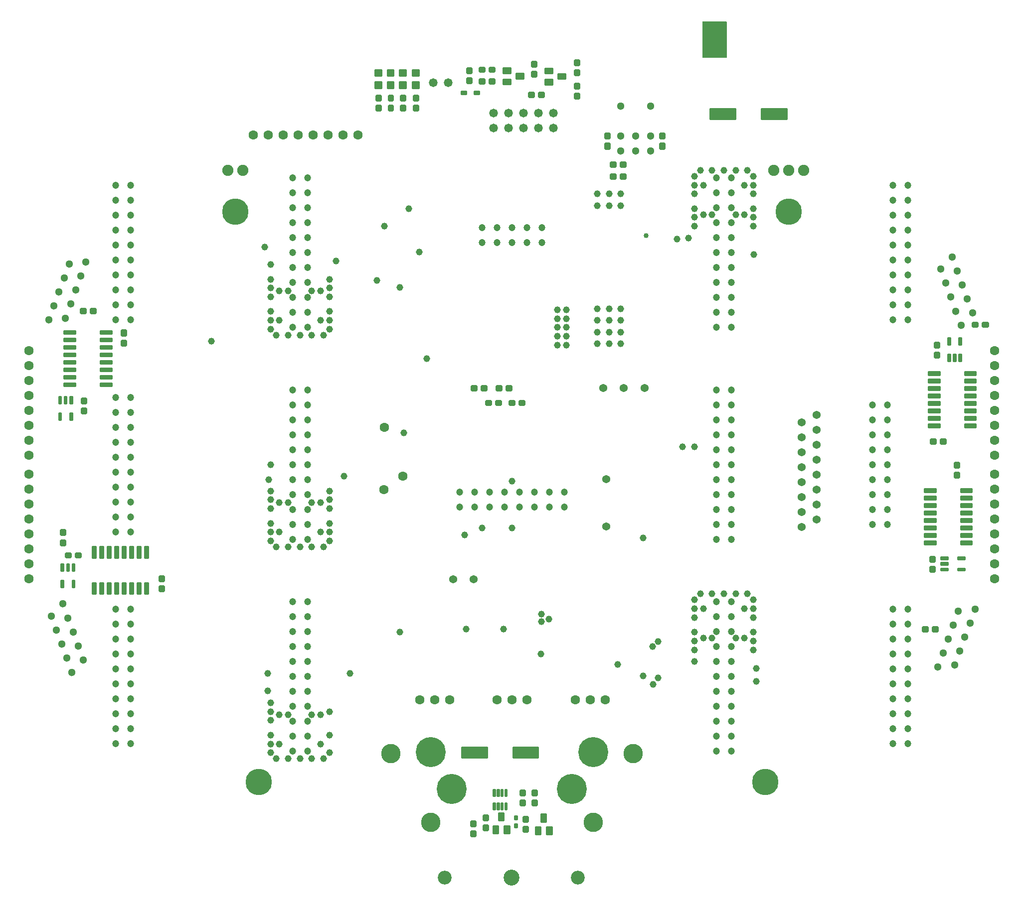
<source format=gbr>
G04 EAGLE Gerber RS-274X export*
G75*
%MOMM*%
%FSLAX34Y34*%
%LPD*%
%INSoldermask Top*%
%IPPOS*%
%AMOC8*
5,1,8,0,0,1.08239X$1,22.5*%
G01*
%ADD10C,1.200000*%
%ADD11C,1.471600*%
%ADD12C,0.605000*%
%ADD13C,0.299000*%
%ADD14C,0.297000*%
%ADD15C,1.600000*%
%ADD16C,5.100000*%
%ADD17C,3.300000*%
%ADD18C,2.350000*%
%ADD19C,2.700000*%
%ADD20C,0.301000*%
%ADD21C,1.300000*%
%ADD22C,0.296553*%
%ADD23C,1.900000*%
%ADD24C,4.500000*%
%ADD25C,1.370000*%
%ADD26C,0.300000*%
%ADD27C,0.298775*%
%ADD28C,1.375000*%
%ADD29C,1.150000*%
%ADD30C,0.850000*%

G36*
X364020Y691242D02*
X364020Y691242D01*
X364039Y691240D01*
X364141Y691262D01*
X364243Y691279D01*
X364260Y691288D01*
X364280Y691292D01*
X364369Y691345D01*
X364460Y691394D01*
X364474Y691408D01*
X364491Y691418D01*
X364558Y691497D01*
X364630Y691572D01*
X364638Y691590D01*
X364651Y691605D01*
X364690Y691701D01*
X364733Y691795D01*
X364735Y691815D01*
X364743Y691833D01*
X364761Y692000D01*
X364761Y752000D01*
X364758Y752020D01*
X364760Y752039D01*
X364738Y752141D01*
X364722Y752243D01*
X364712Y752260D01*
X364708Y752280D01*
X364655Y752369D01*
X364606Y752460D01*
X364592Y752474D01*
X364582Y752491D01*
X364503Y752558D01*
X364428Y752630D01*
X364410Y752638D01*
X364395Y752651D01*
X364299Y752690D01*
X364205Y752733D01*
X364185Y752735D01*
X364167Y752743D01*
X364000Y752761D01*
X324000Y752761D01*
X323980Y752758D01*
X323961Y752760D01*
X323859Y752738D01*
X323757Y752722D01*
X323740Y752712D01*
X323720Y752708D01*
X323631Y752655D01*
X323540Y752606D01*
X323526Y752592D01*
X323509Y752582D01*
X323442Y752503D01*
X323371Y752428D01*
X323362Y752410D01*
X323349Y752395D01*
X323310Y752299D01*
X323267Y752205D01*
X323265Y752185D01*
X323257Y752167D01*
X323239Y752000D01*
X323239Y692000D01*
X323242Y691980D01*
X323240Y691961D01*
X323262Y691859D01*
X323279Y691757D01*
X323288Y691740D01*
X323292Y691720D01*
X323345Y691631D01*
X323394Y691540D01*
X323408Y691526D01*
X323418Y691509D01*
X323497Y691442D01*
X323572Y691371D01*
X323590Y691362D01*
X323605Y691349D01*
X323701Y691310D01*
X323795Y691267D01*
X323815Y691265D01*
X323833Y691257D01*
X324000Y691239D01*
X364000Y691239D01*
X364020Y691242D01*
G37*
D10*
X50800Y402700D03*
X25400Y402700D03*
X25400Y377300D03*
X50800Y377300D03*
X0Y402700D03*
X0Y377300D03*
X-25400Y402700D03*
X-25400Y377300D03*
X-50800Y377300D03*
X-50800Y402700D03*
X-88900Y-72700D03*
X-63500Y-72700D03*
X-63500Y-47300D03*
X-88900Y-47300D03*
X-38100Y-72700D03*
X-38100Y-47300D03*
X-12700Y-72700D03*
X-12700Y-47300D03*
X12700Y-47300D03*
X12700Y-72700D03*
X38100Y-72700D03*
X38100Y-47300D03*
X63500Y-47300D03*
X63500Y-72700D03*
X88900Y-72700D03*
X88900Y-47300D03*
D11*
X70800Y572300D03*
X70800Y597700D03*
X45400Y572300D03*
X45400Y597700D03*
X20000Y572300D03*
X20000Y597700D03*
X-5400Y572300D03*
X-5400Y597700D03*
X-30800Y572300D03*
X-30800Y597700D03*
D12*
X-229475Y620525D02*
X-229475Y626475D01*
X-224525Y626475D01*
X-224525Y620525D01*
X-229475Y620525D01*
X-229475Y626272D02*
X-224525Y626272D01*
X-229475Y609475D02*
X-229475Y603525D01*
X-229475Y609475D02*
X-224525Y609475D01*
X-224525Y603525D01*
X-229475Y603525D01*
X-229475Y609272D02*
X-224525Y609272D01*
D13*
X-221995Y639495D02*
X-232005Y639495D01*
X-232005Y649505D01*
X-221995Y649505D01*
X-221995Y639495D01*
X-221995Y642335D02*
X-232005Y642335D01*
X-232005Y645175D02*
X-221995Y645175D01*
X-221995Y648015D02*
X-232005Y648015D01*
X-232005Y660495D02*
X-221995Y660495D01*
X-232005Y660495D02*
X-232005Y670505D01*
X-221995Y670505D01*
X-221995Y660495D01*
X-221995Y663335D02*
X-232005Y663335D01*
X-232005Y666175D02*
X-221995Y666175D01*
X-221995Y669015D02*
X-232005Y669015D01*
D12*
X-165475Y626475D02*
X-165475Y620525D01*
X-165475Y626475D02*
X-160525Y626475D01*
X-160525Y620525D01*
X-165475Y620525D01*
X-165475Y626272D02*
X-160525Y626272D01*
X-165475Y609475D02*
X-165475Y603525D01*
X-165475Y609475D02*
X-160525Y609475D01*
X-160525Y603525D01*
X-165475Y603525D01*
X-165475Y609272D02*
X-160525Y609272D01*
D13*
X-157995Y639495D02*
X-168005Y639495D01*
X-168005Y649505D01*
X-157995Y649505D01*
X-157995Y639495D01*
X-157995Y642335D02*
X-168005Y642335D01*
X-168005Y645175D02*
X-157995Y645175D01*
X-157995Y648015D02*
X-168005Y648015D01*
X-168005Y660495D02*
X-157995Y660495D01*
X-168005Y660495D02*
X-168005Y670505D01*
X-157995Y670505D01*
X-157995Y660495D01*
X-157995Y663335D02*
X-168005Y663335D01*
X-168005Y666175D02*
X-157995Y666175D01*
X-157995Y669015D02*
X-168005Y669015D01*
X-179995Y639495D02*
X-190005Y639495D01*
X-190005Y649505D01*
X-179995Y649505D01*
X-179995Y639495D01*
X-179995Y642335D02*
X-190005Y642335D01*
X-190005Y645175D02*
X-179995Y645175D01*
X-179995Y648015D02*
X-190005Y648015D01*
X-190005Y660495D02*
X-179995Y660495D01*
X-190005Y660495D02*
X-190005Y670505D01*
X-179995Y670505D01*
X-179995Y660495D01*
X-179995Y663335D02*
X-190005Y663335D01*
X-190005Y666175D02*
X-179995Y666175D01*
X-179995Y669015D02*
X-190005Y669015D01*
D12*
X-187475Y626475D02*
X-187475Y620525D01*
X-187475Y626475D02*
X-182525Y626475D01*
X-182525Y620525D01*
X-187475Y620525D01*
X-187475Y626272D02*
X-182525Y626272D01*
X-187475Y609475D02*
X-187475Y603525D01*
X-187475Y609475D02*
X-182525Y609475D01*
X-182525Y603525D01*
X-187475Y603525D01*
X-187475Y609272D02*
X-182525Y609272D01*
D14*
X-14515Y665485D02*
X-14515Y673515D01*
X-2485Y673515D01*
X-2485Y665485D01*
X-14515Y665485D01*
X-14515Y668306D02*
X-2485Y668306D01*
X-2485Y671127D02*
X-14515Y671127D01*
X7485Y664015D02*
X7485Y655985D01*
X7485Y664015D02*
X19515Y664015D01*
X19515Y655985D01*
X7485Y655985D01*
X7485Y658806D02*
X19515Y658806D01*
X19515Y661627D02*
X7485Y661627D01*
X-14515Y654515D02*
X-14515Y646485D01*
X-14515Y654515D02*
X-2485Y654515D01*
X-2485Y646485D01*
X-14515Y646485D01*
X-14515Y649306D02*
X-2485Y649306D01*
X-2485Y652127D02*
X-14515Y652127D01*
D12*
X-48025Y669025D02*
X-53975Y669025D01*
X-53975Y673975D01*
X-48025Y673975D01*
X-48025Y669025D01*
X-36975Y669025D02*
X-31025Y669025D01*
X-36975Y669025D02*
X-36975Y673975D01*
X-31025Y673975D01*
X-31025Y669025D01*
D14*
X56485Y673015D02*
X56485Y664985D01*
X56485Y673015D02*
X68515Y673015D01*
X68515Y664985D01*
X56485Y664985D01*
X56485Y667806D02*
X68515Y667806D01*
X68515Y670627D02*
X56485Y670627D01*
X56485Y654015D02*
X56485Y645985D01*
X56485Y654015D02*
X68515Y654015D01*
X68515Y645985D01*
X56485Y645985D01*
X56485Y648806D02*
X68515Y648806D01*
X68515Y651627D02*
X56485Y651627D01*
X78485Y655485D02*
X78485Y663515D01*
X90515Y663515D01*
X90515Y655485D01*
X78485Y655485D01*
X78485Y658306D02*
X90515Y658306D01*
X90515Y661127D02*
X78485Y661127D01*
D12*
X39975Y661025D02*
X39975Y666975D01*
X39975Y661025D02*
X35025Y661025D01*
X35025Y666975D01*
X39975Y666975D01*
X39975Y666772D02*
X35025Y666772D01*
X39975Y678025D02*
X39975Y683975D01*
X39975Y678025D02*
X35025Y678025D01*
X35025Y683975D01*
X39975Y683975D01*
X39975Y683772D02*
X35025Y683772D01*
X107525Y646475D02*
X107525Y640525D01*
X107525Y646475D02*
X112475Y646475D01*
X112475Y640525D01*
X107525Y640525D01*
X107525Y646272D02*
X112475Y646272D01*
X107525Y629475D02*
X107525Y623525D01*
X107525Y629475D02*
X112475Y629475D01*
X112475Y623525D01*
X107525Y623525D01*
X107525Y629272D02*
X112475Y629272D01*
X52975Y630975D02*
X47025Y630975D01*
X52975Y630975D02*
X52975Y626025D01*
X47025Y626025D01*
X47025Y630975D01*
X35975Y630975D02*
X30025Y630975D01*
X35975Y630975D02*
X35975Y626025D01*
X30025Y626025D01*
X30025Y630975D01*
X112475Y663525D02*
X112475Y669475D01*
X112475Y663525D02*
X107525Y663525D01*
X107525Y669475D01*
X112475Y669475D01*
X112475Y669272D02*
X107525Y669272D01*
X112475Y680525D02*
X112475Y686475D01*
X112475Y680525D02*
X107525Y680525D01*
X107525Y686475D01*
X112475Y686475D01*
X112475Y686272D02*
X107525Y686272D01*
X-48025Y649025D02*
X-53975Y649025D01*
X-53975Y653975D01*
X-48025Y653975D01*
X-48025Y649025D01*
X-36975Y649025D02*
X-31025Y649025D01*
X-36975Y649025D02*
X-36975Y653975D01*
X-31025Y653975D01*
X-31025Y649025D01*
X-70025Y650025D02*
X-70025Y655975D01*
X-70025Y650025D02*
X-74975Y650025D01*
X-74975Y655975D01*
X-70025Y655975D01*
X-70025Y655772D02*
X-74975Y655772D01*
X-70025Y667025D02*
X-70025Y672975D01*
X-70025Y667025D02*
X-74975Y667025D01*
X-74975Y672975D01*
X-70025Y672975D01*
X-70025Y672772D02*
X-74975Y672772D01*
X-208475Y626475D02*
X-208475Y620525D01*
X-208475Y626475D02*
X-203525Y626475D01*
X-203525Y620525D01*
X-208475Y620525D01*
X-208475Y626272D02*
X-203525Y626272D01*
X-208475Y609475D02*
X-208475Y603525D01*
X-208475Y609475D02*
X-203525Y609475D01*
X-203525Y603525D01*
X-208475Y603525D01*
X-208475Y609272D02*
X-203525Y609272D01*
D13*
X-200995Y639495D02*
X-211005Y639495D01*
X-211005Y649505D01*
X-200995Y649505D01*
X-200995Y639495D01*
X-200995Y642335D02*
X-211005Y642335D01*
X-211005Y645175D02*
X-200995Y645175D01*
X-200995Y648015D02*
X-211005Y648015D01*
X-211005Y660495D02*
X-200995Y660495D01*
X-211005Y660495D02*
X-211005Y670505D01*
X-200995Y670505D01*
X-200995Y660495D01*
X-200995Y663335D02*
X-211005Y663335D01*
X-211005Y666175D02*
X-200995Y666175D01*
X-200995Y669015D02*
X-211005Y669015D01*
D12*
X-50475Y132475D02*
X-44525Y132475D01*
X-44525Y127525D01*
X-50475Y127525D01*
X-50475Y132475D01*
X-61525Y132475D02*
X-67475Y132475D01*
X-61525Y132475D02*
X-61525Y127525D01*
X-67475Y127525D01*
X-67475Y132475D01*
X-26475Y107475D02*
X-20525Y107475D01*
X-20525Y102525D01*
X-26475Y102525D01*
X-26475Y107475D01*
X-37525Y107475D02*
X-43475Y107475D01*
X-37525Y107475D02*
X-37525Y102525D01*
X-43475Y102525D01*
X-43475Y107475D01*
D15*
X-156900Y-400000D03*
X-131500Y-400000D03*
X-106100Y-400000D03*
D10*
X372700Y233000D03*
X372700Y258400D03*
X347300Y258400D03*
X347300Y233000D03*
X372700Y283800D03*
X347300Y283800D03*
X372700Y309200D03*
X347300Y309200D03*
X372700Y334600D03*
X347300Y334600D03*
X372700Y360000D03*
X347300Y360000D03*
X372700Y385400D03*
X347300Y385400D03*
X372700Y410800D03*
X347300Y410800D03*
X372700Y436200D03*
X347300Y436200D03*
X372700Y461600D03*
X347300Y461600D03*
X372700Y487000D03*
X347300Y487000D03*
D12*
X-19525Y127525D02*
X-25475Y127525D01*
X-25475Y132475D01*
X-19525Y132475D01*
X-19525Y127525D01*
X-8475Y127525D02*
X-2525Y127525D01*
X-8475Y127525D02*
X-8475Y132475D01*
X-2525Y132475D01*
X-2525Y127525D01*
X-3475Y102525D02*
X2475Y102525D01*
X-3475Y102525D02*
X-3475Y107475D01*
X2475Y107475D01*
X2475Y102525D01*
X13525Y102525D02*
X19475Y102525D01*
X13525Y102525D02*
X13525Y107475D01*
X19475Y107475D01*
X19475Y102525D01*
D16*
X-138038Y-488823D03*
X-102038Y-551177D03*
D17*
X-205750Y-491543D03*
X-138250Y-608457D03*
D16*
X102038Y-551177D03*
X138038Y-488823D03*
D17*
X138250Y-608457D03*
X205750Y-491543D03*
D18*
X112000Y-702000D03*
X-114000Y-702000D03*
D19*
X-1000Y-702000D03*
D11*
X-133700Y649000D03*
X-108300Y649000D03*
D15*
X107600Y-400000D03*
X133000Y-400000D03*
X158400Y-400000D03*
X-25400Y-400000D03*
X0Y-400000D03*
X25400Y-400000D03*
D10*
X372700Y-127000D03*
X372700Y-101600D03*
X347300Y-101600D03*
X347300Y-127000D03*
X372700Y-76200D03*
X347300Y-76200D03*
X372700Y-50800D03*
X347300Y-50800D03*
X372700Y-25400D03*
X347300Y-25400D03*
X372700Y0D03*
X347300Y0D03*
X372700Y25400D03*
X347300Y25400D03*
X372700Y50800D03*
X347300Y50800D03*
X372700Y76200D03*
X347300Y76200D03*
X372700Y101600D03*
X347300Y101600D03*
X372700Y127000D03*
X347300Y127000D03*
X372700Y-487000D03*
X372700Y-461600D03*
X347300Y-461600D03*
X347300Y-487000D03*
X372700Y-436200D03*
X347300Y-436200D03*
X372700Y-410800D03*
X347300Y-410800D03*
X372700Y-385400D03*
X347300Y-385400D03*
X372700Y-360000D03*
X347300Y-360000D03*
X372700Y-334600D03*
X347300Y-334600D03*
X372700Y-309200D03*
X347300Y-309200D03*
X372700Y-283800D03*
X347300Y-283800D03*
X372700Y-258400D03*
X347300Y-258400D03*
X372700Y-233000D03*
X347300Y-233000D03*
X-372700Y-233000D03*
X-372700Y-258400D03*
X-347300Y-258400D03*
X-347300Y-233000D03*
X-372700Y-283800D03*
X-347300Y-283800D03*
X-372700Y-309200D03*
X-347300Y-309200D03*
X-372700Y-334600D03*
X-347300Y-334600D03*
X-372700Y-360000D03*
X-347300Y-360000D03*
X-372700Y-385400D03*
X-347300Y-385400D03*
X-372700Y-410800D03*
X-347300Y-410800D03*
X-372700Y-436200D03*
X-347300Y-436200D03*
X-372700Y-461600D03*
X-347300Y-461600D03*
X-372700Y-487000D03*
X-347300Y-487000D03*
X-372700Y127000D03*
X-372700Y101600D03*
X-347300Y101600D03*
X-347300Y127000D03*
X-372700Y76200D03*
X-347300Y76200D03*
X-372700Y50800D03*
X-347300Y50800D03*
X-372700Y25400D03*
X-347300Y25400D03*
X-372700Y0D03*
X-347300Y0D03*
X-372700Y-25400D03*
X-347300Y-25400D03*
X-372700Y-50800D03*
X-347300Y-50800D03*
X-372700Y-76200D03*
X-347300Y-76200D03*
X-372700Y-101600D03*
X-347300Y-101600D03*
X-372700Y-127000D03*
X-347300Y-127000D03*
X-372700Y487000D03*
X-372700Y461600D03*
X-347300Y461600D03*
X-347300Y487000D03*
X-372700Y436200D03*
X-347300Y436200D03*
X-372700Y410800D03*
X-347300Y410800D03*
X-372700Y385400D03*
X-347300Y385400D03*
X-372700Y360000D03*
X-347300Y360000D03*
X-372700Y334600D03*
X-347300Y334600D03*
X-372700Y309200D03*
X-347300Y309200D03*
X-372700Y283800D03*
X-347300Y283800D03*
X-372700Y258400D03*
X-347300Y258400D03*
X-372700Y233000D03*
X-347300Y233000D03*
D20*
X-63495Y633495D02*
X-55505Y633495D01*
X-55505Y629505D01*
X-63495Y629505D01*
X-63495Y633495D01*
X-63495Y632364D02*
X-55505Y632364D01*
X-77505Y633495D02*
X-85495Y633495D01*
X-77505Y633495D02*
X-77505Y629505D01*
X-85495Y629505D01*
X-85495Y633495D01*
X-85495Y632364D02*
X-77505Y632364D01*
D15*
X820000Y193900D03*
X820000Y168500D03*
X820000Y143100D03*
X820000Y117700D03*
X820000Y92300D03*
X820000Y66900D03*
X820000Y41500D03*
X820000Y16100D03*
X820000Y-16100D03*
X820000Y-41500D03*
X820000Y-66900D03*
X820000Y-92300D03*
X820000Y-117700D03*
X820000Y-143100D03*
X820000Y-168500D03*
X820000Y-193900D03*
X-820000Y-193900D03*
X-820000Y-168500D03*
X-820000Y-143100D03*
X-820000Y-117700D03*
X-820000Y-92300D03*
X-820000Y-66900D03*
X-820000Y-41500D03*
X-820000Y-16100D03*
X-820000Y16100D03*
X-820000Y41500D03*
X-820000Y66900D03*
X-820000Y92300D03*
X-820000Y117700D03*
X-820000Y143100D03*
X-820000Y168500D03*
X-820000Y193900D03*
D10*
X647300Y474300D03*
X647300Y448900D03*
X672700Y448900D03*
X672700Y474300D03*
X647300Y423500D03*
X672700Y423500D03*
X647300Y398100D03*
X672700Y398100D03*
X672700Y372700D03*
X647300Y372700D03*
X647300Y347300D03*
X672700Y347300D03*
X672700Y321900D03*
X647300Y321900D03*
X647300Y296500D03*
X672700Y296500D03*
X647300Y271100D03*
X672700Y271100D03*
X647300Y245700D03*
X672700Y245700D03*
D21*
X747388Y353047D03*
X727863Y332426D03*
X756075Y329179D03*
X736550Y308557D03*
X764762Y305311D03*
X745238Y284689D03*
X773450Y281443D03*
X753925Y260821D03*
X782137Y257574D03*
X762612Y236953D03*
X786481Y-245640D03*
X758269Y-248887D03*
X777793Y-269508D03*
X749581Y-272755D03*
X769106Y-293377D03*
X740894Y-296623D03*
X760419Y-317245D03*
X732207Y-320492D03*
X751731Y-341113D03*
X723519Y-344360D03*
X-747388Y-353047D03*
X-727863Y-332426D03*
X-756075Y-329179D03*
X-736550Y-308557D03*
X-764762Y-305311D03*
X-745238Y-284689D03*
X-773450Y-281443D03*
X-753925Y-260821D03*
X-782137Y-257574D03*
X-762612Y-236953D03*
X-786481Y245640D03*
X-758269Y248887D03*
X-777793Y269508D03*
X-749581Y272755D03*
X-769106Y293377D03*
X-740894Y296623D03*
X-760419Y317245D03*
X-732207Y320492D03*
X-751731Y341113D03*
X-723519Y344360D03*
D15*
X-261100Y560000D03*
X-286500Y560000D03*
X-311900Y560000D03*
X-337300Y560000D03*
X-362700Y560000D03*
X-388100Y560000D03*
X-413500Y560000D03*
X-438900Y560000D03*
D12*
X712225Y36725D02*
X718175Y36725D01*
X712225Y36725D02*
X712225Y41675D01*
X718175Y41675D01*
X718175Y36725D01*
X729225Y36725D02*
X735175Y36725D01*
X729225Y36725D02*
X729225Y41675D01*
X735175Y41675D01*
X735175Y36725D01*
X783625Y235525D02*
X789575Y235525D01*
X783625Y235525D02*
X783625Y240475D01*
X789575Y240475D01*
X789575Y235525D01*
X800625Y235525D02*
X806575Y235525D01*
X800625Y235525D02*
X800625Y240475D01*
X806575Y240475D01*
X806575Y235525D01*
D22*
X787911Y67869D02*
X787911Y63231D01*
X769557Y63231D01*
X769557Y67869D01*
X787911Y67869D01*
X787911Y66049D02*
X769557Y66049D01*
X787911Y75931D02*
X787911Y80569D01*
X787911Y75931D02*
X769557Y75931D01*
X769557Y80569D01*
X787911Y80569D01*
X787911Y78749D02*
X769557Y78749D01*
X787911Y88631D02*
X787911Y93269D01*
X787911Y88631D02*
X769557Y88631D01*
X769557Y93269D01*
X787911Y93269D01*
X787911Y91449D02*
X769557Y91449D01*
X787911Y101331D02*
X787911Y105969D01*
X787911Y101331D02*
X769557Y101331D01*
X769557Y105969D01*
X787911Y105969D01*
X787911Y104149D02*
X769557Y104149D01*
X787911Y114031D02*
X787911Y118669D01*
X787911Y114031D02*
X769557Y114031D01*
X769557Y118669D01*
X787911Y118669D01*
X787911Y116849D02*
X769557Y116849D01*
X787911Y126731D02*
X787911Y131369D01*
X787911Y126731D02*
X769557Y126731D01*
X769557Y131369D01*
X787911Y131369D01*
X787911Y129549D02*
X769557Y129549D01*
X787911Y139431D02*
X787911Y144069D01*
X787911Y139431D02*
X769557Y139431D01*
X769557Y144069D01*
X787911Y144069D01*
X787911Y142249D02*
X769557Y142249D01*
X787911Y152131D02*
X787911Y156769D01*
X787911Y152131D02*
X769557Y152131D01*
X769557Y156769D01*
X787911Y156769D01*
X787911Y154949D02*
X769557Y154949D01*
X726443Y156769D02*
X726443Y152131D01*
X708089Y152131D01*
X708089Y156769D01*
X726443Y156769D01*
X726443Y154949D02*
X708089Y154949D01*
X726443Y144069D02*
X726443Y139431D01*
X708089Y139431D01*
X708089Y144069D01*
X726443Y144069D01*
X726443Y142249D02*
X708089Y142249D01*
X726443Y131369D02*
X726443Y126731D01*
X708089Y126731D01*
X708089Y131369D01*
X726443Y131369D01*
X726443Y129549D02*
X708089Y129549D01*
X726443Y118669D02*
X726443Y114031D01*
X708089Y114031D01*
X708089Y118669D01*
X726443Y118669D01*
X726443Y116849D02*
X708089Y116849D01*
X726443Y105969D02*
X726443Y101331D01*
X708089Y101331D01*
X708089Y105969D01*
X726443Y105969D01*
X726443Y104149D02*
X708089Y104149D01*
X726443Y93269D02*
X726443Y88631D01*
X708089Y88631D01*
X708089Y93269D01*
X726443Y93269D01*
X726443Y91449D02*
X708089Y91449D01*
X726443Y80569D02*
X726443Y75931D01*
X708089Y75931D01*
X708089Y80569D01*
X726443Y80569D01*
X726443Y78749D02*
X708089Y78749D01*
X726443Y67869D02*
X726443Y63231D01*
X708089Y63231D01*
X708089Y67869D01*
X726443Y67869D01*
X726443Y66049D02*
X708089Y66049D01*
D12*
X723975Y183125D02*
X723975Y189075D01*
X723975Y183125D02*
X719025Y183125D01*
X719025Y189075D01*
X723975Y189075D01*
X723975Y188872D02*
X719025Y188872D01*
X723975Y200125D02*
X723975Y206075D01*
X723975Y200125D02*
X719025Y200125D01*
X719025Y206075D01*
X723975Y206075D01*
X723975Y205872D02*
X719025Y205872D01*
X757475Y-14525D02*
X757475Y-20475D01*
X752525Y-20475D01*
X752525Y-14525D01*
X757475Y-14525D01*
X757475Y-14728D02*
X752525Y-14728D01*
X757475Y-3475D02*
X757475Y2475D01*
X757475Y-3475D02*
X752525Y-3475D01*
X752525Y2475D01*
X757475Y2475D01*
X757475Y2272D02*
X752525Y2272D01*
X721475Y-277525D02*
X715525Y-277525D01*
X721475Y-277525D02*
X721475Y-282475D01*
X715525Y-282475D01*
X715525Y-277525D01*
X704475Y-277525D02*
X698525Y-277525D01*
X704475Y-277525D02*
X704475Y-282475D01*
X698525Y-282475D01*
X698525Y-277525D01*
D22*
X701089Y-46869D02*
X701089Y-42231D01*
X719443Y-42231D01*
X719443Y-46869D01*
X701089Y-46869D01*
X701089Y-44051D02*
X719443Y-44051D01*
X701089Y-54931D02*
X701089Y-59569D01*
X701089Y-54931D02*
X719443Y-54931D01*
X719443Y-59569D01*
X701089Y-59569D01*
X701089Y-56751D02*
X719443Y-56751D01*
X701089Y-67631D02*
X701089Y-72269D01*
X701089Y-67631D02*
X719443Y-67631D01*
X719443Y-72269D01*
X701089Y-72269D01*
X701089Y-69451D02*
X719443Y-69451D01*
X701089Y-80331D02*
X701089Y-84969D01*
X701089Y-80331D02*
X719443Y-80331D01*
X719443Y-84969D01*
X701089Y-84969D01*
X701089Y-82151D02*
X719443Y-82151D01*
X701089Y-93031D02*
X701089Y-97669D01*
X701089Y-93031D02*
X719443Y-93031D01*
X719443Y-97669D01*
X701089Y-97669D01*
X701089Y-94851D02*
X719443Y-94851D01*
X701089Y-105731D02*
X701089Y-110369D01*
X701089Y-105731D02*
X719443Y-105731D01*
X719443Y-110369D01*
X701089Y-110369D01*
X701089Y-107551D02*
X719443Y-107551D01*
X701089Y-118431D02*
X701089Y-123069D01*
X701089Y-118431D02*
X719443Y-118431D01*
X719443Y-123069D01*
X701089Y-123069D01*
X701089Y-120251D02*
X719443Y-120251D01*
X701089Y-131131D02*
X701089Y-135769D01*
X701089Y-131131D02*
X719443Y-131131D01*
X719443Y-135769D01*
X701089Y-135769D01*
X701089Y-132951D02*
X719443Y-132951D01*
X762557Y-131131D02*
X762557Y-135769D01*
X762557Y-131131D02*
X780911Y-131131D01*
X780911Y-135769D01*
X762557Y-135769D01*
X762557Y-132951D02*
X780911Y-132951D01*
X762557Y-123069D02*
X762557Y-118431D01*
X780911Y-118431D01*
X780911Y-123069D01*
X762557Y-123069D01*
X762557Y-120251D02*
X780911Y-120251D01*
X762557Y-110369D02*
X762557Y-105731D01*
X780911Y-105731D01*
X780911Y-110369D01*
X762557Y-110369D01*
X762557Y-107551D02*
X780911Y-107551D01*
X762557Y-97669D02*
X762557Y-93031D01*
X780911Y-93031D01*
X780911Y-97669D01*
X762557Y-97669D01*
X762557Y-94851D02*
X780911Y-94851D01*
X762557Y-84969D02*
X762557Y-80331D01*
X780911Y-80331D01*
X780911Y-84969D01*
X762557Y-84969D01*
X762557Y-82151D02*
X780911Y-82151D01*
X762557Y-72269D02*
X762557Y-67631D01*
X780911Y-67631D01*
X780911Y-72269D01*
X762557Y-72269D01*
X762557Y-69451D02*
X780911Y-69451D01*
X762557Y-59569D02*
X762557Y-54931D01*
X780911Y-54931D01*
X780911Y-59569D01*
X762557Y-59569D01*
X762557Y-56751D02*
X780911Y-56751D01*
X762557Y-46869D02*
X762557Y-42231D01*
X780911Y-42231D01*
X780911Y-46869D01*
X762557Y-46869D01*
X762557Y-44051D02*
X780911Y-44051D01*
D12*
X711525Y-157525D02*
X711525Y-163475D01*
X711525Y-157525D02*
X716475Y-157525D01*
X716475Y-163475D01*
X711525Y-163475D01*
X711525Y-157728D02*
X716475Y-157728D01*
X711525Y-174525D02*
X711525Y-180475D01*
X711525Y-174525D02*
X716475Y-174525D01*
X716475Y-180475D01*
X711525Y-180475D01*
X711525Y-174728D02*
X716475Y-174728D01*
X-592525Y-208025D02*
X-592525Y-213975D01*
X-597475Y-213975D01*
X-597475Y-208025D01*
X-592525Y-208025D01*
X-592525Y-208228D02*
X-597475Y-208228D01*
X-592525Y-196975D02*
X-592525Y-191025D01*
X-592525Y-196975D02*
X-597475Y-196975D01*
X-597475Y-191025D01*
X-592525Y-191025D01*
X-592525Y-191228D02*
X-597475Y-191228D01*
X-760025Y-135475D02*
X-760025Y-129525D01*
X-760025Y-135475D02*
X-764975Y-135475D01*
X-764975Y-129525D01*
X-760025Y-129525D01*
X-760025Y-129728D02*
X-764975Y-129728D01*
X-760025Y-118475D02*
X-760025Y-112525D01*
X-760025Y-118475D02*
X-764975Y-118475D01*
X-764975Y-112525D01*
X-760025Y-112525D01*
X-760025Y-112728D02*
X-764975Y-112728D01*
D22*
X-622869Y-140089D02*
X-618231Y-140089D01*
X-618231Y-158443D01*
X-622869Y-158443D01*
X-622869Y-140089D01*
X-622869Y-155625D02*
X-618231Y-155625D01*
X-618231Y-152807D02*
X-622869Y-152807D01*
X-622869Y-149989D02*
X-618231Y-149989D01*
X-618231Y-147171D02*
X-622869Y-147171D01*
X-622869Y-144353D02*
X-618231Y-144353D01*
X-618231Y-141535D02*
X-622869Y-141535D01*
X-630931Y-140089D02*
X-635569Y-140089D01*
X-630931Y-140089D02*
X-630931Y-158443D01*
X-635569Y-158443D01*
X-635569Y-140089D01*
X-635569Y-155625D02*
X-630931Y-155625D01*
X-630931Y-152807D02*
X-635569Y-152807D01*
X-635569Y-149989D02*
X-630931Y-149989D01*
X-630931Y-147171D02*
X-635569Y-147171D01*
X-635569Y-144353D02*
X-630931Y-144353D01*
X-630931Y-141535D02*
X-635569Y-141535D01*
X-643631Y-140089D02*
X-648269Y-140089D01*
X-643631Y-140089D02*
X-643631Y-158443D01*
X-648269Y-158443D01*
X-648269Y-140089D01*
X-648269Y-155625D02*
X-643631Y-155625D01*
X-643631Y-152807D02*
X-648269Y-152807D01*
X-648269Y-149989D02*
X-643631Y-149989D01*
X-643631Y-147171D02*
X-648269Y-147171D01*
X-648269Y-144353D02*
X-643631Y-144353D01*
X-643631Y-141535D02*
X-648269Y-141535D01*
X-656331Y-140089D02*
X-660969Y-140089D01*
X-656331Y-140089D02*
X-656331Y-158443D01*
X-660969Y-158443D01*
X-660969Y-140089D01*
X-660969Y-155625D02*
X-656331Y-155625D01*
X-656331Y-152807D02*
X-660969Y-152807D01*
X-660969Y-149989D02*
X-656331Y-149989D01*
X-656331Y-147171D02*
X-660969Y-147171D01*
X-660969Y-144353D02*
X-656331Y-144353D01*
X-656331Y-141535D02*
X-660969Y-141535D01*
X-669031Y-140089D02*
X-673669Y-140089D01*
X-669031Y-140089D02*
X-669031Y-158443D01*
X-673669Y-158443D01*
X-673669Y-140089D01*
X-673669Y-155625D02*
X-669031Y-155625D01*
X-669031Y-152807D02*
X-673669Y-152807D01*
X-673669Y-149989D02*
X-669031Y-149989D01*
X-669031Y-147171D02*
X-673669Y-147171D01*
X-673669Y-144353D02*
X-669031Y-144353D01*
X-669031Y-141535D02*
X-673669Y-141535D01*
X-681731Y-140089D02*
X-686369Y-140089D01*
X-681731Y-140089D02*
X-681731Y-158443D01*
X-686369Y-158443D01*
X-686369Y-140089D01*
X-686369Y-155625D02*
X-681731Y-155625D01*
X-681731Y-152807D02*
X-686369Y-152807D01*
X-686369Y-149989D02*
X-681731Y-149989D01*
X-681731Y-147171D02*
X-686369Y-147171D01*
X-686369Y-144353D02*
X-681731Y-144353D01*
X-681731Y-141535D02*
X-686369Y-141535D01*
X-694431Y-140089D02*
X-699069Y-140089D01*
X-694431Y-140089D02*
X-694431Y-158443D01*
X-699069Y-158443D01*
X-699069Y-140089D01*
X-699069Y-155625D02*
X-694431Y-155625D01*
X-694431Y-152807D02*
X-699069Y-152807D01*
X-699069Y-149989D02*
X-694431Y-149989D01*
X-694431Y-147171D02*
X-699069Y-147171D01*
X-699069Y-144353D02*
X-694431Y-144353D01*
X-694431Y-141535D02*
X-699069Y-141535D01*
X-707131Y-140089D02*
X-711769Y-140089D01*
X-707131Y-140089D02*
X-707131Y-158443D01*
X-711769Y-158443D01*
X-711769Y-140089D01*
X-711769Y-155625D02*
X-707131Y-155625D01*
X-707131Y-152807D02*
X-711769Y-152807D01*
X-711769Y-149989D02*
X-707131Y-149989D01*
X-707131Y-147171D02*
X-711769Y-147171D01*
X-711769Y-144353D02*
X-707131Y-144353D01*
X-707131Y-141535D02*
X-711769Y-141535D01*
X-711769Y-201557D02*
X-707131Y-201557D01*
X-707131Y-219911D01*
X-711769Y-219911D01*
X-711769Y-201557D01*
X-711769Y-217093D02*
X-707131Y-217093D01*
X-707131Y-214275D02*
X-711769Y-214275D01*
X-711769Y-211457D02*
X-707131Y-211457D01*
X-707131Y-208639D02*
X-711769Y-208639D01*
X-711769Y-205821D02*
X-707131Y-205821D01*
X-707131Y-203003D02*
X-711769Y-203003D01*
X-699069Y-201557D02*
X-694431Y-201557D01*
X-694431Y-219911D01*
X-699069Y-219911D01*
X-699069Y-201557D01*
X-699069Y-217093D02*
X-694431Y-217093D01*
X-694431Y-214275D02*
X-699069Y-214275D01*
X-699069Y-211457D02*
X-694431Y-211457D01*
X-694431Y-208639D02*
X-699069Y-208639D01*
X-699069Y-205821D02*
X-694431Y-205821D01*
X-694431Y-203003D02*
X-699069Y-203003D01*
X-686369Y-201557D02*
X-681731Y-201557D01*
X-681731Y-219911D01*
X-686369Y-219911D01*
X-686369Y-201557D01*
X-686369Y-217093D02*
X-681731Y-217093D01*
X-681731Y-214275D02*
X-686369Y-214275D01*
X-686369Y-211457D02*
X-681731Y-211457D01*
X-681731Y-208639D02*
X-686369Y-208639D01*
X-686369Y-205821D02*
X-681731Y-205821D01*
X-681731Y-203003D02*
X-686369Y-203003D01*
X-673669Y-201557D02*
X-669031Y-201557D01*
X-669031Y-219911D01*
X-673669Y-219911D01*
X-673669Y-201557D01*
X-673669Y-217093D02*
X-669031Y-217093D01*
X-669031Y-214275D02*
X-673669Y-214275D01*
X-673669Y-211457D02*
X-669031Y-211457D01*
X-669031Y-208639D02*
X-673669Y-208639D01*
X-673669Y-205821D02*
X-669031Y-205821D01*
X-669031Y-203003D02*
X-673669Y-203003D01*
X-660969Y-201557D02*
X-656331Y-201557D01*
X-656331Y-219911D01*
X-660969Y-219911D01*
X-660969Y-201557D01*
X-660969Y-217093D02*
X-656331Y-217093D01*
X-656331Y-214275D02*
X-660969Y-214275D01*
X-660969Y-211457D02*
X-656331Y-211457D01*
X-656331Y-208639D02*
X-660969Y-208639D01*
X-660969Y-205821D02*
X-656331Y-205821D01*
X-656331Y-203003D02*
X-660969Y-203003D01*
X-648269Y-201557D02*
X-643631Y-201557D01*
X-643631Y-219911D01*
X-648269Y-219911D01*
X-648269Y-201557D01*
X-648269Y-217093D02*
X-643631Y-217093D01*
X-643631Y-214275D02*
X-648269Y-214275D01*
X-648269Y-211457D02*
X-643631Y-211457D01*
X-643631Y-208639D02*
X-648269Y-208639D01*
X-648269Y-205821D02*
X-643631Y-205821D01*
X-643631Y-203003D02*
X-648269Y-203003D01*
X-635569Y-201557D02*
X-630931Y-201557D01*
X-630931Y-219911D01*
X-635569Y-219911D01*
X-635569Y-201557D01*
X-635569Y-217093D02*
X-630931Y-217093D01*
X-630931Y-214275D02*
X-635569Y-214275D01*
X-635569Y-211457D02*
X-630931Y-211457D01*
X-630931Y-208639D02*
X-635569Y-208639D01*
X-635569Y-205821D02*
X-630931Y-205821D01*
X-630931Y-203003D02*
X-635569Y-203003D01*
X-622869Y-201557D02*
X-618231Y-201557D01*
X-618231Y-219911D01*
X-622869Y-219911D01*
X-622869Y-201557D01*
X-622869Y-217093D02*
X-618231Y-217093D01*
X-618231Y-214275D02*
X-622869Y-214275D01*
X-622869Y-211457D02*
X-618231Y-211457D01*
X-618231Y-208639D02*
X-622869Y-208639D01*
X-622869Y-205821D02*
X-618231Y-205821D01*
X-618231Y-203003D02*
X-622869Y-203003D01*
D12*
X-733525Y-151525D02*
X-739475Y-151525D01*
X-733525Y-151525D02*
X-733525Y-156475D01*
X-739475Y-156475D01*
X-739475Y-151525D01*
X-750525Y-151525D02*
X-756475Y-151525D01*
X-750525Y-151525D02*
X-750525Y-156475D01*
X-756475Y-156475D01*
X-756475Y-151525D01*
X-729475Y105525D02*
X-729475Y111475D01*
X-724525Y111475D01*
X-724525Y105525D01*
X-729475Y105525D01*
X-729475Y111272D02*
X-724525Y111272D01*
X-729475Y94475D02*
X-729475Y88525D01*
X-729475Y94475D02*
X-724525Y94475D01*
X-724525Y88525D01*
X-729475Y88525D01*
X-729475Y94272D02*
X-724525Y94272D01*
X-714475Y263475D02*
X-708525Y263475D01*
X-708525Y258525D01*
X-714475Y258525D01*
X-714475Y263475D01*
X-725525Y263475D02*
X-731475Y263475D01*
X-725525Y263475D02*
X-725525Y258525D01*
X-731475Y258525D01*
X-731475Y263475D01*
D22*
X-680089Y137869D02*
X-680089Y133231D01*
X-698443Y133231D01*
X-698443Y137869D01*
X-680089Y137869D01*
X-680089Y136049D02*
X-698443Y136049D01*
X-680089Y145931D02*
X-680089Y150569D01*
X-680089Y145931D02*
X-698443Y145931D01*
X-698443Y150569D01*
X-680089Y150569D01*
X-680089Y148749D02*
X-698443Y148749D01*
X-680089Y158631D02*
X-680089Y163269D01*
X-680089Y158631D02*
X-698443Y158631D01*
X-698443Y163269D01*
X-680089Y163269D01*
X-680089Y161449D02*
X-698443Y161449D01*
X-680089Y171331D02*
X-680089Y175969D01*
X-680089Y171331D02*
X-698443Y171331D01*
X-698443Y175969D01*
X-680089Y175969D01*
X-680089Y174149D02*
X-698443Y174149D01*
X-680089Y184031D02*
X-680089Y188669D01*
X-680089Y184031D02*
X-698443Y184031D01*
X-698443Y188669D01*
X-680089Y188669D01*
X-680089Y186849D02*
X-698443Y186849D01*
X-680089Y196731D02*
X-680089Y201369D01*
X-680089Y196731D02*
X-698443Y196731D01*
X-698443Y201369D01*
X-680089Y201369D01*
X-680089Y199549D02*
X-698443Y199549D01*
X-680089Y209431D02*
X-680089Y214069D01*
X-680089Y209431D02*
X-698443Y209431D01*
X-698443Y214069D01*
X-680089Y214069D01*
X-680089Y212249D02*
X-698443Y212249D01*
X-680089Y222131D02*
X-680089Y226769D01*
X-680089Y222131D02*
X-698443Y222131D01*
X-698443Y226769D01*
X-680089Y226769D01*
X-680089Y224949D02*
X-698443Y224949D01*
X-741557Y226769D02*
X-741557Y222131D01*
X-759911Y222131D01*
X-759911Y226769D01*
X-741557Y226769D01*
X-741557Y224949D02*
X-759911Y224949D01*
X-741557Y214069D02*
X-741557Y209431D01*
X-759911Y209431D01*
X-759911Y214069D01*
X-741557Y214069D01*
X-741557Y212249D02*
X-759911Y212249D01*
X-741557Y201369D02*
X-741557Y196731D01*
X-759911Y196731D01*
X-759911Y201369D01*
X-741557Y201369D01*
X-741557Y199549D02*
X-759911Y199549D01*
X-741557Y188669D02*
X-741557Y184031D01*
X-759911Y184031D01*
X-759911Y188669D01*
X-741557Y188669D01*
X-741557Y186849D02*
X-759911Y186849D01*
X-741557Y175969D02*
X-741557Y171331D01*
X-759911Y171331D01*
X-759911Y175969D01*
X-741557Y175969D01*
X-741557Y174149D02*
X-759911Y174149D01*
X-741557Y163269D02*
X-741557Y158631D01*
X-759911Y158631D01*
X-759911Y163269D01*
X-741557Y163269D01*
X-741557Y161449D02*
X-759911Y161449D01*
X-741557Y150569D02*
X-741557Y145931D01*
X-759911Y145931D01*
X-759911Y150569D01*
X-741557Y150569D01*
X-741557Y148749D02*
X-759911Y148749D01*
X-741557Y137869D02*
X-741557Y133231D01*
X-759911Y133231D01*
X-759911Y137869D01*
X-741557Y137869D01*
X-741557Y136049D02*
X-759911Y136049D01*
D12*
X-657025Y204025D02*
X-657025Y209975D01*
X-657025Y204025D02*
X-661975Y204025D01*
X-661975Y209975D01*
X-657025Y209975D01*
X-657025Y209772D02*
X-661975Y209772D01*
X-657025Y221025D02*
X-657025Y226975D01*
X-657025Y221025D02*
X-661975Y221025D01*
X-661975Y226975D01*
X-657025Y226975D01*
X-657025Y226772D02*
X-661975Y226772D01*
D23*
X444600Y500000D03*
X470000Y500000D03*
X495400Y500000D03*
X-482700Y500000D03*
X-457300Y500000D03*
D24*
X470000Y430000D03*
X-470000Y430000D03*
X430000Y-540000D03*
X-430000Y-540000D03*
D25*
X160000Y-105000D03*
X-65000Y-195000D03*
X-100000Y-195000D03*
X225000Y130000D03*
X190000Y130000D03*
X155000Y130000D03*
X160000Y-25000D03*
D10*
X647300Y-245700D03*
X647300Y-271100D03*
X672700Y-271100D03*
X672700Y-245700D03*
X647300Y-296500D03*
X672700Y-296500D03*
X647300Y-321900D03*
X672700Y-321900D03*
X672700Y-347300D03*
X647300Y-347300D03*
X647300Y-372700D03*
X672700Y-372700D03*
X672700Y-398100D03*
X647300Y-398100D03*
X647300Y-423500D03*
X672700Y-423500D03*
X647300Y-448900D03*
X672700Y-448900D03*
X647300Y-474300D03*
X672700Y-474300D03*
X-647300Y-474300D03*
X-647300Y-448900D03*
X-672700Y-448900D03*
X-672700Y-474300D03*
X-647300Y-423500D03*
X-672700Y-423500D03*
X-647300Y-398100D03*
X-672700Y-398100D03*
X-672700Y-372700D03*
X-647300Y-372700D03*
X-647300Y-347300D03*
X-672700Y-347300D03*
X-672700Y-321900D03*
X-647300Y-321900D03*
X-647300Y-296500D03*
X-672700Y-296500D03*
X-647300Y-271100D03*
X-672700Y-271100D03*
X-647300Y-245700D03*
X-672700Y-245700D03*
X-647300Y-114300D03*
X-647300Y-88900D03*
X-672700Y-88900D03*
X-672700Y-114300D03*
X-647300Y-63500D03*
X-672700Y-63500D03*
X-647300Y-38100D03*
X-672700Y-38100D03*
X-672700Y-12700D03*
X-647300Y-12700D03*
X-647300Y12700D03*
X-672700Y12700D03*
X-672700Y38100D03*
X-647300Y38100D03*
X-647300Y63500D03*
X-672700Y63500D03*
X-647300Y88900D03*
X-672700Y88900D03*
X-647300Y114300D03*
X-672700Y114300D03*
X-647300Y245700D03*
X-647300Y271100D03*
X-672700Y271100D03*
X-672700Y245700D03*
X-647300Y296500D03*
X-672700Y296500D03*
X-647300Y321900D03*
X-672700Y321900D03*
X-672700Y347300D03*
X-647300Y347300D03*
X-647300Y372700D03*
X-672700Y372700D03*
X-672700Y398100D03*
X-647300Y398100D03*
X-647300Y423500D03*
X-672700Y423500D03*
X-647300Y448900D03*
X-672700Y448900D03*
X-647300Y474300D03*
X-672700Y474300D03*
D26*
X729500Y-158000D02*
X729500Y-161000D01*
X729500Y-158000D02*
X740500Y-158000D01*
X740500Y-161000D01*
X729500Y-161000D01*
X729500Y-158150D02*
X740500Y-158150D01*
X729500Y-167500D02*
X729500Y-170500D01*
X729500Y-167500D02*
X740500Y-167500D01*
X740500Y-170500D01*
X729500Y-170500D01*
X729500Y-167650D02*
X740500Y-167650D01*
X729500Y-177000D02*
X729500Y-180000D01*
X729500Y-177000D02*
X740500Y-177000D01*
X740500Y-180000D01*
X729500Y-180000D01*
X729500Y-177150D02*
X740500Y-177150D01*
X757500Y-177000D02*
X757500Y-180000D01*
X757500Y-177000D02*
X768500Y-177000D01*
X768500Y-180000D01*
X757500Y-180000D01*
X757500Y-177150D02*
X768500Y-177150D01*
X757500Y-161000D02*
X757500Y-158000D01*
X768500Y-158000D01*
X768500Y-161000D01*
X757500Y-161000D01*
X757500Y-158150D02*
X768500Y-158150D01*
X-743000Y-170000D02*
X-746000Y-170000D01*
X-743000Y-170000D02*
X-743000Y-181000D01*
X-746000Y-181000D01*
X-746000Y-170000D01*
X-746000Y-178150D02*
X-743000Y-178150D01*
X-743000Y-175300D02*
X-746000Y-175300D01*
X-746000Y-172450D02*
X-743000Y-172450D01*
X-752500Y-170000D02*
X-755500Y-170000D01*
X-752500Y-170000D02*
X-752500Y-181000D01*
X-755500Y-181000D01*
X-755500Y-170000D01*
X-755500Y-178150D02*
X-752500Y-178150D01*
X-752500Y-175300D02*
X-755500Y-175300D01*
X-755500Y-172450D02*
X-752500Y-172450D01*
X-762000Y-170000D02*
X-765000Y-170000D01*
X-762000Y-170000D02*
X-762000Y-181000D01*
X-765000Y-181000D01*
X-765000Y-170000D01*
X-765000Y-178150D02*
X-762000Y-178150D01*
X-762000Y-175300D02*
X-765000Y-175300D01*
X-765000Y-172450D02*
X-762000Y-172450D01*
X-762000Y-198000D02*
X-765000Y-198000D01*
X-762000Y-198000D02*
X-762000Y-209000D01*
X-765000Y-209000D01*
X-765000Y-198000D01*
X-765000Y-206150D02*
X-762000Y-206150D01*
X-762000Y-203300D02*
X-765000Y-203300D01*
X-765000Y-200450D02*
X-762000Y-200450D01*
X-746000Y-198000D02*
X-743000Y-198000D01*
X-743000Y-209000D01*
X-746000Y-209000D01*
X-746000Y-198000D01*
X-746000Y-206150D02*
X-743000Y-206150D01*
X-743000Y-203300D02*
X-746000Y-203300D01*
X-746000Y-200450D02*
X-743000Y-200450D01*
X-747000Y114500D02*
X-750000Y114500D01*
X-747000Y114500D02*
X-747000Y103500D01*
X-750000Y103500D01*
X-750000Y114500D01*
X-750000Y106350D02*
X-747000Y106350D01*
X-747000Y109200D02*
X-750000Y109200D01*
X-750000Y112050D02*
X-747000Y112050D01*
X-756500Y114500D02*
X-759500Y114500D01*
X-756500Y114500D02*
X-756500Y103500D01*
X-759500Y103500D01*
X-759500Y114500D01*
X-759500Y106350D02*
X-756500Y106350D01*
X-756500Y109200D02*
X-759500Y109200D01*
X-759500Y112050D02*
X-756500Y112050D01*
X-766000Y114500D02*
X-769000Y114500D01*
X-766000Y114500D02*
X-766000Y103500D01*
X-769000Y103500D01*
X-769000Y114500D01*
X-769000Y106350D02*
X-766000Y106350D01*
X-766000Y109200D02*
X-769000Y109200D01*
X-769000Y112050D02*
X-766000Y112050D01*
X-766000Y86500D02*
X-769000Y86500D01*
X-766000Y86500D02*
X-766000Y75500D01*
X-769000Y75500D01*
X-769000Y86500D01*
X-769000Y78350D02*
X-766000Y78350D01*
X-766000Y81200D02*
X-769000Y81200D01*
X-769000Y84050D02*
X-766000Y84050D01*
X-750000Y86500D02*
X-747000Y86500D01*
X-747000Y75500D01*
X-750000Y75500D01*
X-750000Y86500D01*
X-750000Y78350D02*
X-747000Y78350D01*
X-747000Y81200D02*
X-750000Y81200D01*
X-750000Y84050D02*
X-747000Y84050D01*
X741000Y176000D02*
X744000Y176000D01*
X741000Y176000D02*
X741000Y187000D01*
X744000Y187000D01*
X744000Y176000D01*
X744000Y178850D02*
X741000Y178850D01*
X741000Y181700D02*
X744000Y181700D01*
X744000Y184550D02*
X741000Y184550D01*
X750500Y176000D02*
X753500Y176000D01*
X750500Y176000D02*
X750500Y187000D01*
X753500Y187000D01*
X753500Y176000D01*
X753500Y178850D02*
X750500Y178850D01*
X750500Y181700D02*
X753500Y181700D01*
X753500Y184550D02*
X750500Y184550D01*
X760000Y176000D02*
X763000Y176000D01*
X760000Y176000D02*
X760000Y187000D01*
X763000Y187000D01*
X763000Y176000D01*
X763000Y178850D02*
X760000Y178850D01*
X760000Y181700D02*
X763000Y181700D01*
X763000Y184550D02*
X760000Y184550D01*
X760000Y204000D02*
X763000Y204000D01*
X760000Y204000D02*
X760000Y215000D01*
X763000Y215000D01*
X763000Y204000D01*
X763000Y206850D02*
X760000Y206850D01*
X760000Y209700D02*
X763000Y209700D01*
X763000Y212550D02*
X760000Y212550D01*
X744000Y204000D02*
X741000Y204000D01*
X741000Y215000D01*
X744000Y215000D01*
X744000Y204000D01*
X744000Y206850D02*
X741000Y206850D01*
X741000Y209700D02*
X744000Y209700D01*
X744000Y212550D02*
X741000Y212550D01*
D27*
X-11288Y-553468D02*
X-11288Y-563672D01*
X-11288Y-553468D02*
X-9212Y-553468D01*
X-9212Y-563672D01*
X-11288Y-563672D01*
X-11288Y-560833D02*
X-9212Y-560833D01*
X-9212Y-557994D02*
X-11288Y-557994D01*
X-11288Y-555155D02*
X-9212Y-555155D01*
X-17788Y-553468D02*
X-17788Y-563672D01*
X-17788Y-553468D02*
X-15712Y-553468D01*
X-15712Y-563672D01*
X-17788Y-563672D01*
X-17788Y-560833D02*
X-15712Y-560833D01*
X-15712Y-557994D02*
X-17788Y-557994D01*
X-17788Y-555155D02*
X-15712Y-555155D01*
X-24288Y-553468D02*
X-24288Y-563672D01*
X-24288Y-553468D02*
X-22212Y-553468D01*
X-22212Y-563672D01*
X-24288Y-563672D01*
X-24288Y-560833D02*
X-22212Y-560833D01*
X-22212Y-557994D02*
X-24288Y-557994D01*
X-24288Y-555155D02*
X-22212Y-555155D01*
X-30788Y-553468D02*
X-30788Y-563672D01*
X-30788Y-553468D02*
X-28712Y-553468D01*
X-28712Y-563672D01*
X-30788Y-563672D01*
X-30788Y-560833D02*
X-28712Y-560833D01*
X-28712Y-557994D02*
X-30788Y-557994D01*
X-30788Y-555155D02*
X-28712Y-555155D01*
X-30788Y-576328D02*
X-30788Y-586532D01*
X-30788Y-576328D02*
X-28712Y-576328D01*
X-28712Y-586532D01*
X-30788Y-586532D01*
X-30788Y-583693D02*
X-28712Y-583693D01*
X-28712Y-580854D02*
X-30788Y-580854D01*
X-30788Y-578015D02*
X-28712Y-578015D01*
X-24288Y-576328D02*
X-24288Y-586532D01*
X-24288Y-576328D02*
X-22212Y-576328D01*
X-22212Y-586532D01*
X-24288Y-586532D01*
X-24288Y-583693D02*
X-22212Y-583693D01*
X-22212Y-580854D02*
X-24288Y-580854D01*
X-24288Y-578015D02*
X-22212Y-578015D01*
X-17788Y-576328D02*
X-17788Y-586532D01*
X-17788Y-576328D02*
X-15712Y-576328D01*
X-15712Y-586532D01*
X-17788Y-586532D01*
X-17788Y-583693D02*
X-15712Y-583693D01*
X-15712Y-580854D02*
X-17788Y-580854D01*
X-17788Y-578015D02*
X-15712Y-578015D01*
X-11288Y-576328D02*
X-11288Y-586532D01*
X-11288Y-576328D02*
X-9212Y-576328D01*
X-9212Y-586532D01*
X-11288Y-586532D01*
X-11288Y-583693D02*
X-9212Y-583693D01*
X-9212Y-580854D02*
X-11288Y-580854D01*
X-11288Y-578015D02*
X-9212Y-578015D01*
D12*
X20525Y-599525D02*
X20525Y-605475D01*
X20525Y-599525D02*
X25475Y-599525D01*
X25475Y-605475D01*
X20525Y-605475D01*
X20525Y-599728D02*
X25475Y-599728D01*
X20525Y-616525D02*
X20525Y-622475D01*
X20525Y-616525D02*
X25475Y-616525D01*
X25475Y-622475D01*
X20525Y-622475D01*
X20525Y-616728D02*
X25475Y-616728D01*
X-68475Y-613475D02*
X-68475Y-607525D01*
X-63525Y-607525D01*
X-63525Y-613475D01*
X-68475Y-613475D01*
X-68475Y-607728D02*
X-63525Y-607728D01*
X-68475Y-624525D02*
X-68475Y-630475D01*
X-68475Y-624525D02*
X-63525Y-624525D01*
X-63525Y-630475D01*
X-68475Y-630475D01*
X-68475Y-624728D02*
X-63525Y-624728D01*
X-42525Y-620475D02*
X-42525Y-614525D01*
X-42525Y-620475D02*
X-47475Y-620475D01*
X-47475Y-614525D01*
X-42525Y-614525D01*
X-42525Y-614728D02*
X-47475Y-614728D01*
X-42525Y-603475D02*
X-42525Y-597525D01*
X-42525Y-603475D02*
X-47475Y-603475D01*
X-47475Y-597525D01*
X-42525Y-597525D01*
X-42525Y-597728D02*
X-47475Y-597728D01*
D14*
X-31515Y-627015D02*
X-23485Y-627015D01*
X-31515Y-627015D02*
X-31515Y-614985D01*
X-23485Y-614985D01*
X-23485Y-627015D01*
X-23485Y-624194D02*
X-31515Y-624194D01*
X-31515Y-621373D02*
X-23485Y-621373D01*
X-23485Y-618552D02*
X-31515Y-618552D01*
X-31515Y-615731D02*
X-23485Y-615731D01*
X-12515Y-627015D02*
X-4485Y-627015D01*
X-12515Y-627015D02*
X-12515Y-614985D01*
X-4485Y-614985D01*
X-4485Y-627015D01*
X-4485Y-624194D02*
X-12515Y-624194D01*
X-12515Y-621373D02*
X-4485Y-621373D01*
X-4485Y-618552D02*
X-12515Y-618552D01*
X-12515Y-615731D02*
X-4485Y-615731D01*
X-13985Y-605015D02*
X-22015Y-605015D01*
X-22015Y-592985D01*
X-13985Y-592985D01*
X-13985Y-605015D01*
X-13985Y-602194D02*
X-22015Y-602194D01*
X-22015Y-599373D02*
X-13985Y-599373D01*
X-13985Y-596552D02*
X-22015Y-596552D01*
X-22015Y-593731D02*
X-13985Y-593731D01*
X40485Y-629015D02*
X48515Y-629015D01*
X40485Y-629015D02*
X40485Y-616985D01*
X48515Y-616985D01*
X48515Y-629015D01*
X48515Y-626194D02*
X40485Y-626194D01*
X40485Y-623373D02*
X48515Y-623373D01*
X48515Y-620552D02*
X40485Y-620552D01*
X40485Y-617731D02*
X48515Y-617731D01*
X59485Y-629015D02*
X67515Y-629015D01*
X59485Y-629015D02*
X59485Y-616985D01*
X67515Y-616985D01*
X67515Y-629015D01*
X67515Y-626194D02*
X59485Y-626194D01*
X59485Y-623373D02*
X67515Y-623373D01*
X67515Y-620552D02*
X59485Y-620552D01*
X59485Y-617731D02*
X67515Y-617731D01*
X58015Y-607015D02*
X49985Y-607015D01*
X49985Y-594985D01*
X58015Y-594985D01*
X58015Y-607015D01*
X58015Y-604194D02*
X49985Y-604194D01*
X49985Y-601373D02*
X58015Y-601373D01*
X58015Y-598552D02*
X49985Y-598552D01*
X49985Y-595731D02*
X58015Y-595731D01*
D12*
X40475Y-577475D02*
X40475Y-571525D01*
X40475Y-577475D02*
X35525Y-577475D01*
X35525Y-571525D01*
X40475Y-571525D01*
X40475Y-571728D02*
X35525Y-571728D01*
X40475Y-560475D02*
X40475Y-554525D01*
X40475Y-560475D02*
X35525Y-560475D01*
X35525Y-554525D01*
X40475Y-554525D01*
X40475Y-554728D02*
X35525Y-554728D01*
D21*
X184600Y533000D03*
X210000Y533000D03*
X235400Y533000D03*
X184600Y558400D03*
X210000Y558400D03*
X235400Y558400D03*
X184600Y609200D03*
X235400Y609200D03*
D12*
X191475Y492475D02*
X185525Y492475D01*
X191475Y492475D02*
X191475Y487525D01*
X185525Y487525D01*
X185525Y492475D01*
X174475Y492475D02*
X168525Y492475D01*
X174475Y492475D02*
X174475Y487525D01*
X168525Y487525D01*
X168525Y492475D01*
X168525Y507525D02*
X174475Y507525D01*
X168525Y507525D02*
X168525Y512475D01*
X174475Y512475D01*
X174475Y507525D01*
X185525Y507525D02*
X191475Y507525D01*
X185525Y507525D02*
X185525Y512475D01*
X191475Y512475D01*
X191475Y507525D01*
X252525Y555525D02*
X252525Y561475D01*
X257475Y561475D01*
X257475Y555525D01*
X252525Y555525D01*
X252525Y561272D02*
X257475Y561272D01*
X252525Y544475D02*
X252525Y538525D01*
X252525Y544475D02*
X257475Y544475D01*
X257475Y538525D01*
X252525Y538525D01*
X252525Y544272D02*
X257475Y544272D01*
X164475Y544475D02*
X164475Y538525D01*
X159525Y538525D01*
X159525Y544475D01*
X164475Y544475D01*
X164475Y544272D02*
X159525Y544272D01*
X164475Y555525D02*
X164475Y561475D01*
X164475Y555525D02*
X159525Y555525D01*
X159525Y561475D01*
X164475Y561475D01*
X164475Y561272D02*
X159525Y561272D01*
D26*
X424500Y587500D02*
X466500Y587500D01*
X424500Y587500D02*
X424500Y604500D01*
X466500Y604500D01*
X466500Y587500D01*
X466500Y590350D02*
X424500Y590350D01*
X424500Y593200D02*
X466500Y593200D01*
X466500Y596050D02*
X424500Y596050D01*
X424500Y598900D02*
X466500Y598900D01*
X466500Y601750D02*
X424500Y601750D01*
X379500Y587500D02*
X337500Y587500D01*
X337500Y604500D01*
X379500Y604500D01*
X379500Y587500D01*
X379500Y590350D02*
X337500Y590350D01*
X337500Y593200D02*
X379500Y593200D01*
X379500Y596050D02*
X337500Y596050D01*
X337500Y598900D02*
X379500Y598900D01*
X379500Y601750D02*
X337500Y601750D01*
X-42500Y-481500D02*
X-84500Y-481500D01*
X-42500Y-481500D02*
X-42500Y-498500D01*
X-84500Y-498500D01*
X-84500Y-481500D01*
X-84500Y-495650D02*
X-42500Y-495650D01*
X-42500Y-492800D02*
X-84500Y-492800D01*
X-84500Y-489950D02*
X-42500Y-489950D01*
X-42500Y-487100D02*
X-84500Y-487100D01*
X-84500Y-484250D02*
X-42500Y-484250D01*
X2500Y-481500D02*
X44500Y-481500D01*
X44500Y-498500D01*
X2500Y-498500D01*
X2500Y-481500D01*
X2500Y-495650D02*
X44500Y-495650D01*
X44500Y-492800D02*
X2500Y-492800D01*
X2500Y-489950D02*
X44500Y-489950D01*
X44500Y-487100D02*
X2500Y-487100D01*
X2500Y-484250D02*
X44500Y-484250D01*
D28*
X517700Y84250D03*
X492300Y71550D03*
X517700Y58850D03*
X492300Y46150D03*
X517700Y33450D03*
X492300Y20750D03*
X517700Y8050D03*
X492300Y-4650D03*
X517700Y-17350D03*
X492300Y-30050D03*
X517700Y-42750D03*
X492300Y-55450D03*
X517700Y-68150D03*
X492300Y-80850D03*
X517700Y-93550D03*
X492300Y-106250D03*
D10*
X637700Y-101600D03*
X637700Y-76200D03*
X612300Y-76200D03*
X612300Y-101600D03*
X637700Y-50800D03*
X612300Y-50800D03*
X637700Y-25400D03*
X612300Y-25400D03*
X612300Y0D03*
X637700Y0D03*
X637700Y25400D03*
X612300Y25400D03*
X612300Y50800D03*
X637700Y50800D03*
X637700Y76200D03*
X612300Y76200D03*
X637700Y101600D03*
X612300Y101600D03*
D12*
X15525Y-554525D02*
X15525Y-560475D01*
X15525Y-554525D02*
X20475Y-554525D01*
X20475Y-560475D01*
X15525Y-560475D01*
X15525Y-554728D02*
X20475Y-554728D01*
X15525Y-571525D02*
X15525Y-577475D01*
X15525Y-571525D02*
X20475Y-571525D01*
X20475Y-577475D01*
X15525Y-577475D01*
X15525Y-571728D02*
X20475Y-571728D01*
D26*
X5500Y-611500D02*
X5500Y-616500D01*
X5500Y-611500D02*
X8500Y-611500D01*
X8500Y-616500D01*
X5500Y-616500D01*
X5500Y-613650D02*
X8500Y-613650D01*
X5500Y-603500D02*
X5500Y-598500D01*
X8500Y-598500D01*
X8500Y-603500D01*
X5500Y-603500D01*
X5500Y-600650D02*
X8500Y-600650D01*
D29*
X410000Y490000D03*
X410000Y475000D03*
X410000Y460000D03*
X395000Y475000D03*
X400000Y500000D03*
X380000Y500000D03*
X360000Y500000D03*
X340000Y500000D03*
X320000Y500000D03*
X310000Y490000D03*
X310000Y475000D03*
X325000Y475000D03*
X310000Y460000D03*
X410000Y-230000D03*
X410000Y-245000D03*
X410000Y-260000D03*
X395000Y-245000D03*
X400000Y-220000D03*
X380000Y-220000D03*
X360000Y-220000D03*
X340000Y-220000D03*
X320000Y-220000D03*
X310000Y-230000D03*
X310000Y-245000D03*
X325000Y-245000D03*
X310000Y-260000D03*
X-410000Y-490000D03*
X-410000Y-475000D03*
X-410000Y-460000D03*
X-395000Y-475000D03*
X-400000Y-500000D03*
X-380000Y-500000D03*
X-360000Y-500000D03*
X-340000Y-500000D03*
X-320000Y-500000D03*
X-310000Y-490000D03*
X-325000Y-475000D03*
X-310000Y-460000D03*
X-410000Y-130000D03*
X-410000Y-115000D03*
X-410000Y-100000D03*
X-395000Y-115000D03*
X-400000Y-140000D03*
X-380000Y-140000D03*
X-360000Y-140000D03*
X-340000Y-140000D03*
X-320000Y-140000D03*
X-310000Y-130000D03*
X-310000Y-115000D03*
X-325000Y-115000D03*
X-310000Y-100000D03*
X-410000Y230000D03*
X-410000Y245000D03*
X-410000Y260000D03*
X-395000Y245000D03*
X-400000Y220000D03*
X-380000Y220000D03*
X-360000Y220000D03*
X-340000Y220000D03*
X-320000Y220000D03*
X-310000Y230000D03*
X-310000Y245000D03*
X-325000Y245000D03*
X-310000Y260000D03*
X92000Y263000D03*
X92000Y248000D03*
X92000Y233000D03*
X77000Y233000D03*
X77000Y248000D03*
X77000Y263000D03*
X0Y-28000D03*
X410000Y435000D03*
X410000Y420000D03*
X410000Y405000D03*
X395000Y425000D03*
X380000Y425000D03*
X340000Y425000D03*
X325000Y425000D03*
X310000Y435000D03*
X310000Y420000D03*
X310000Y405000D03*
X410000Y-285000D03*
X410000Y-300000D03*
X410000Y-315000D03*
X395000Y-295000D03*
X380000Y-295000D03*
X340000Y-295000D03*
X325000Y-295000D03*
X310000Y-285000D03*
X310000Y-300000D03*
X310000Y-315000D03*
X-410000Y-435000D03*
X-410000Y-420000D03*
X-410000Y-405000D03*
X-395000Y-425000D03*
X-380000Y-425000D03*
X-340000Y-425000D03*
X-325000Y-425000D03*
X-310000Y-420000D03*
X-410000Y-75000D03*
X-410000Y-60000D03*
X-410000Y-45000D03*
X-395000Y-65000D03*
X-380000Y-65000D03*
X-340000Y-65000D03*
X-325000Y-65000D03*
X-310000Y-75000D03*
X-310000Y-60000D03*
X-310000Y-45000D03*
X-410000Y285000D03*
X-410000Y300000D03*
X-410000Y315000D03*
X-395000Y295000D03*
X-380000Y295000D03*
X-340000Y295000D03*
X-325000Y295000D03*
X-310000Y285000D03*
X-310000Y300000D03*
X-310000Y315000D03*
X145000Y460000D03*
X165000Y460000D03*
X185000Y460000D03*
X185000Y440000D03*
X165000Y440000D03*
X145000Y440000D03*
X185000Y205000D03*
X165000Y205000D03*
X145000Y205000D03*
X145000Y225000D03*
X165000Y225000D03*
X185000Y225000D03*
X185000Y245000D03*
X165000Y245000D03*
X145000Y245000D03*
X145000Y265000D03*
X165000Y265000D03*
X185000Y265000D03*
X92000Y218000D03*
X92000Y203000D03*
X77000Y218000D03*
X77000Y203000D03*
X-14000Y-280000D03*
X-275000Y-355000D03*
X310000Y-334850D03*
X-190000Y-285000D03*
X-175000Y435000D03*
X-298781Y346219D03*
X-285000Y-20000D03*
X300000Y385150D03*
X310000Y30000D03*
D15*
X-185000Y-20000D03*
D29*
X-190000Y300619D03*
X-184000Y54000D03*
X-157000Y361000D03*
X-78000Y-280000D03*
X-415000Y-355000D03*
X410700Y356600D03*
X50000Y-254000D03*
X50000Y-267000D03*
X63000Y-263000D03*
X415000Y-369000D03*
X248500Y-301000D03*
X239000Y-309000D03*
X248000Y-363000D03*
X240000Y-374000D03*
X-420000Y370000D03*
X-145000Y180000D03*
X-410000Y0D03*
D30*
X227500Y389000D03*
D29*
X180000Y-340000D03*
X222902Y-359098D03*
X222902Y-124480D03*
X-80000Y-120000D03*
X49500Y-322000D03*
X0Y-107670D03*
X-50920Y-107670D03*
X-415000Y-385000D03*
D15*
X-217500Y-42500D03*
X-217000Y63000D03*
D29*
X-217000Y405000D03*
X280000Y383520D03*
X-413000Y-26000D03*
X290000Y30000D03*
X415000Y-347000D03*
X-410000Y340000D03*
X-510000Y210000D03*
X-229230Y312580D03*
M02*

</source>
